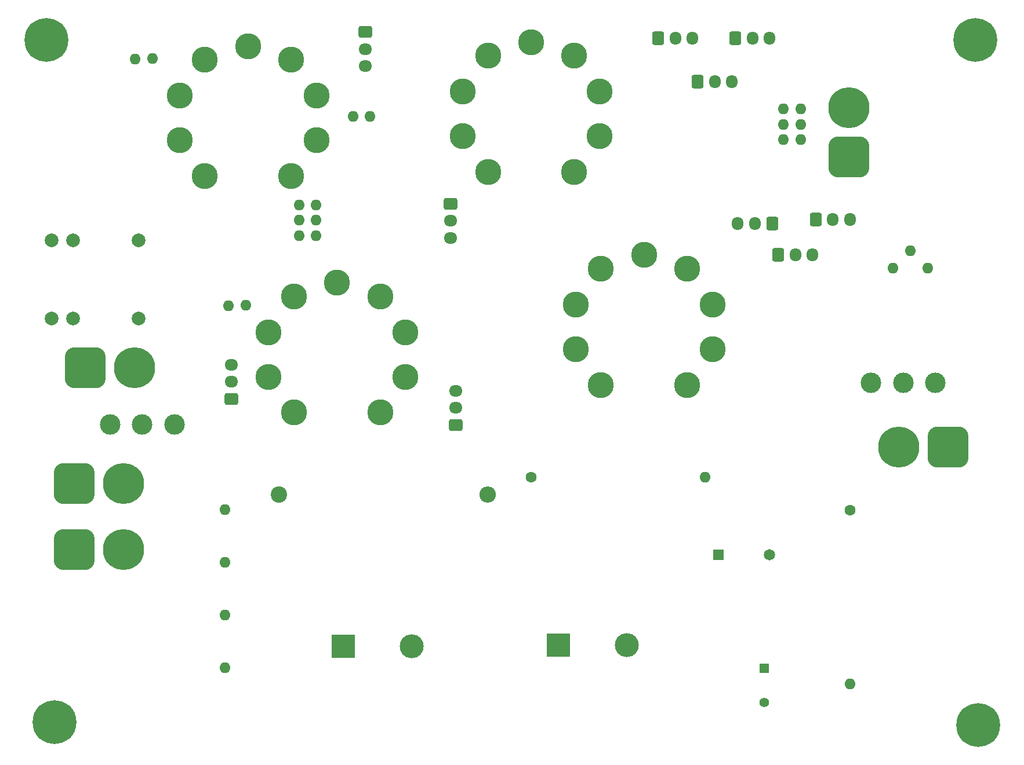
<source format=gbr>
%TF.GenerationSoftware,KiCad,Pcbnew,9.0.0*%
%TF.CreationDate,2025-03-23T18:58:35+01:00*%
%TF.ProjectId,PCB_Ampli,5043425f-416d-4706-9c69-2e6b69636164,rev?*%
%TF.SameCoordinates,Original*%
%TF.FileFunction,Soldermask,Bot*%
%TF.FilePolarity,Negative*%
%FSLAX46Y46*%
G04 Gerber Fmt 4.6, Leading zero omitted, Abs format (unit mm)*
G04 Created by KiCad (PCBNEW 9.0.0) date 2025-03-23 18:58:35*
%MOMM*%
%LPD*%
G01*
G04 APERTURE LIST*
G04 Aperture macros list*
%AMRoundRect*
0 Rectangle with rounded corners*
0 $1 Rounding radius*
0 $2 $3 $4 $5 $6 $7 $8 $9 X,Y pos of 4 corners*
0 Add a 4 corners polygon primitive as box body*
4,1,4,$2,$3,$4,$5,$6,$7,$8,$9,$2,$3,0*
0 Add four circle primitives for the rounded corners*
1,1,$1+$1,$2,$3*
1,1,$1+$1,$4,$5*
1,1,$1+$1,$6,$7*
1,1,$1+$1,$8,$9*
0 Add four rect primitives between the rounded corners*
20,1,$1+$1,$2,$3,$4,$5,0*
20,1,$1+$1,$4,$5,$6,$7,0*
20,1,$1+$1,$6,$7,$8,$9,0*
20,1,$1+$1,$8,$9,$2,$3,0*%
G04 Aperture macros list end*
%ADD10C,6.000000*%
%ADD11RoundRect,1.500000X1.500000X-1.500000X1.500000X1.500000X-1.500000X1.500000X-1.500000X-1.500000X0*%
%ADD12C,2.006600*%
%ADD13C,3.000000*%
%ADD14RoundRect,1.500000X1.500000X1.500000X-1.500000X1.500000X-1.500000X-1.500000X1.500000X-1.500000X0*%
%ADD15RoundRect,1.500000X-1.500000X-1.500000X1.500000X-1.500000X1.500000X1.500000X-1.500000X1.500000X0*%
%ADD16O,1.600000X1.600000*%
%ADD17RoundRect,0.250000X-0.600000X-0.725000X0.600000X-0.725000X0.600000X0.725000X-0.600000X0.725000X0*%
%ADD18O,1.700000X1.950000*%
%ADD19RoundRect,0.250000X0.600000X0.725000X-0.600000X0.725000X-0.600000X-0.725000X0.600000X-0.725000X0*%
%ADD20RoundRect,0.250000X0.725000X-0.600000X0.725000X0.600000X-0.725000X0.600000X-0.725000X-0.600000X0*%
%ADD21O,1.950000X1.700000*%
%ADD22C,1.600000*%
%ADD23C,2.400000*%
%ADD24O,2.400000X2.400000*%
%ADD25C,0.800000*%
%ADD26C,6.400000*%
%ADD27RoundRect,0.250000X-0.725000X0.600000X-0.725000X-0.600000X0.725000X-0.600000X0.725000X0.600000X0*%
%ADD28R,1.400000X1.400000*%
%ADD29C,1.400000*%
%ADD30R,1.650000X1.650000*%
%ADD31C,1.650000*%
%ADD32R,3.500000X3.500000*%
%ADD33O,3.500000X3.500000*%
%ADD34C,3.810000*%
G04 APERTURE END LIST*
D10*
%TO.C,J4*%
X145750000Y-48150000D03*
D11*
X145750000Y-55350000D03*
%TD*%
D12*
%TO.C,J2*%
X32491112Y-67501600D03*
X32491112Y-78931600D03*
X41991104Y-67501600D03*
X29291104Y-67501600D03*
X41991104Y-78931600D03*
X29291104Y-78931600D03*
%TD*%
D13*
%TO.C,SW4*%
X158390000Y-88300000D03*
X153690000Y-88300000D03*
X148990000Y-88300000D03*
%TD*%
%TO.C,SW3*%
X37850000Y-94400000D03*
X42550000Y-94400000D03*
X47250000Y-94400000D03*
%TD*%
D14*
%TO.C,J3*%
X160190000Y-97700000D03*
D10*
X152990000Y-97700000D03*
%TD*%
D15*
%TO.C,J1*%
X34200000Y-86150000D03*
D10*
X41400000Y-86150000D03*
%TD*%
D16*
%TO.C,D1*%
X54650000Y-130000000D03*
X54650000Y-122300000D03*
X54650000Y-114600000D03*
X54650000Y-106900000D03*
%TD*%
D17*
%TO.C,Vol1_low2*%
X117900000Y-38000000D03*
D18*
X120400000Y-38000000D03*
X122900000Y-38000000D03*
%TD*%
D19*
%TO.C,Vol2_low1*%
X134525000Y-65050000D03*
D18*
X132025000Y-65050000D03*
X129525000Y-65050000D03*
%TD*%
D17*
%TO.C,Vol2_high1*%
X140875000Y-64450000D03*
D18*
X143375000Y-64450000D03*
X145875000Y-64450000D03*
%TD*%
D17*
%TO.C,Vol1_high1*%
X129150000Y-38000000D03*
D18*
X131650000Y-38000000D03*
X134150000Y-38000000D03*
%TD*%
D17*
%TO.C,tone2*%
X135425000Y-69600000D03*
D18*
X137925000Y-69600000D03*
X140425000Y-69600000D03*
%TD*%
D17*
%TO.C,tone1*%
X123650000Y-44300000D03*
D18*
X126150000Y-44300000D03*
X128650000Y-44300000D03*
%TD*%
D16*
%TO.C,SW2*%
X136200000Y-48300000D03*
X136200000Y-50550000D03*
X136200000Y-52800000D03*
X138700000Y-48300000D03*
X138700000Y-50550000D03*
X138700000Y-52800000D03*
%TD*%
%TO.C,SW1*%
X65450000Y-62300000D03*
X65450000Y-64550000D03*
X65450000Y-66800000D03*
X67950000Y-62300000D03*
X67950000Y-64550000D03*
X67950000Y-66800000D03*
%TD*%
%TO.C,RV11*%
X152200000Y-71600000D03*
X154740000Y-69060000D03*
X157280000Y-71600000D03*
%TD*%
D20*
%TO.C,RV6*%
X55600000Y-90700000D03*
D21*
X55600000Y-88200000D03*
X55600000Y-85700000D03*
%TD*%
D22*
%TO.C,R63*%
X145900000Y-106950000D03*
D16*
X145900000Y-132350000D03*
%TD*%
D22*
%TO.C,R62*%
X99350000Y-102100000D03*
D16*
X124750000Y-102100000D03*
%TD*%
D23*
%TO.C,R61*%
X62505000Y-104700000D03*
D24*
X92985000Y-104700000D03*
%TD*%
D15*
%TO.C,OutSwitch1*%
X32650000Y-112700000D03*
D10*
X39850000Y-112700000D03*
%TD*%
D15*
%TO.C,InSwitch1*%
X32650000Y-103100000D03*
D10*
X39850000Y-103100000D03*
%TD*%
D25*
%TO.C,H4*%
X162200000Y-138350000D03*
X162902944Y-136652944D03*
X162902944Y-140047056D03*
X164600000Y-135950000D03*
D26*
X164600000Y-138350000D03*
D25*
X164600000Y-140750000D03*
X166297056Y-136652944D03*
X166297056Y-140047056D03*
X167000000Y-138350000D03*
%TD*%
%TO.C,H3*%
X161800000Y-38200000D03*
X162502944Y-36502944D03*
X162502944Y-39897056D03*
X164200000Y-35800000D03*
D26*
X164200000Y-38200000D03*
D25*
X164200000Y-40600000D03*
X165897056Y-36502944D03*
X165897056Y-39897056D03*
X166600000Y-38200000D03*
%TD*%
%TO.C,H2*%
X32150000Y-137950000D03*
X31447056Y-139647056D03*
X31447056Y-136252944D03*
X29750000Y-140350000D03*
D26*
X29750000Y-137950000D03*
D25*
X29750000Y-135550000D03*
X28052944Y-139647056D03*
X28052944Y-136252944D03*
X27350000Y-137950000D03*
%TD*%
%TO.C,H1*%
X26150000Y-38250000D03*
X26852944Y-36552944D03*
X26852944Y-39947056D03*
X28550000Y-35850000D03*
D26*
X28550000Y-38250000D03*
D25*
X28550000Y-40650000D03*
X30247056Y-36552944D03*
X30247056Y-39947056D03*
X30950000Y-38250000D03*
%TD*%
D20*
%TO.C,Gain2_Post1*%
X88350000Y-94500000D03*
D21*
X88350000Y-92000000D03*
X88350000Y-89500000D03*
%TD*%
D27*
%TO.C,Gain1_Post1*%
X87600000Y-62150000D03*
D21*
X87600000Y-64650000D03*
X87600000Y-67150000D03*
%TD*%
D27*
%TO.C,Gain1_before1*%
X75150000Y-37050000D03*
D21*
X75150000Y-39550000D03*
X75150000Y-42050000D03*
%TD*%
D28*
%TO.C,C64*%
X133400000Y-130100000D03*
D29*
X133400000Y-135100000D03*
%TD*%
D30*
%TO.C,C63*%
X126650000Y-113500000D03*
D31*
X134150000Y-113500000D03*
%TD*%
D32*
%TO.C,C62*%
X103350000Y-126700000D03*
D33*
X113350000Y-126700000D03*
%TD*%
D32*
%TO.C,C61*%
X71900000Y-126850000D03*
D33*
X81900000Y-126850000D03*
%TD*%
D16*
%TO.C,C20*%
X57650000Y-76980000D03*
X55150000Y-77050000D03*
%TD*%
%TO.C,C5*%
X73340000Y-49416700D03*
X75840000Y-49346700D03*
%TD*%
%TO.C,C2*%
X44050000Y-40946700D03*
X41550000Y-41016700D03*
%TD*%
D34*
%TO.C,12ax4*%
X109533000Y-88634800D03*
X105850000Y-83402400D03*
X105850000Y-76900000D03*
X109533000Y-71667600D03*
X115832200Y-69661000D03*
X122131400Y-71667600D03*
X125814400Y-76900000D03*
X125814400Y-83402400D03*
X122131400Y-88634800D03*
%TD*%
%TO.C,12ax3*%
X64700800Y-92683600D03*
X61017800Y-87451200D03*
X61017800Y-80948800D03*
X64700800Y-75716400D03*
X71000000Y-73709800D03*
X77299200Y-75716400D03*
X80982200Y-80948800D03*
X80982200Y-87451200D03*
X77299200Y-92683600D03*
%TD*%
%TO.C,12ax2*%
X93050800Y-57486900D03*
X89367800Y-52254500D03*
X89367800Y-45752100D03*
X93050800Y-40519700D03*
X99350000Y-38513100D03*
X105649200Y-40519700D03*
X109332200Y-45752100D03*
X109332200Y-52254500D03*
X105649200Y-57486900D03*
%TD*%
%TO.C,12ax1*%
X51700800Y-58086900D03*
X48017800Y-52854500D03*
X48017800Y-46352100D03*
X51700800Y-41119700D03*
X58000000Y-39113100D03*
X64299200Y-41119700D03*
X67982200Y-46352100D03*
X67982200Y-52854500D03*
X64299200Y-58086900D03*
%TD*%
M02*

</source>
